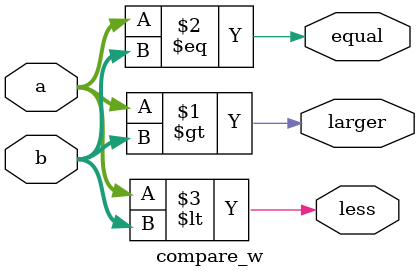
<source format=v>
module compare_w(a,b,larger,equal,less);
	parameter SIZE=6;
	input[SIZE-1:0] a,b;
	output larger, equal, less;
	wire larger, equal, less;
	assign larger=(a>b);
	assign equal=(a==b);
	assign less=(a<b);
endmodule

</source>
